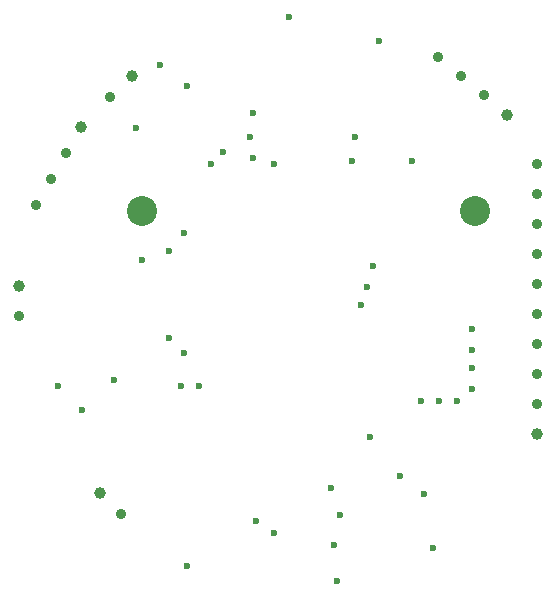
<source format=gbr>
G04 Generated by Ultiboard 13.0 *
%FSLAX25Y25*%
%MOIN*%

%ADD11C,0.02362*%
%ADD12C,0.10000*%
%ADD13C,0.03500*%
%ADD14C,0.03917*%


G04 ColorRGB 000000 for the following layer *
%LNDrill-Copper Top-Copper Bottom*%
%LPD*%
G54D11*
X118000Y217000D03*
X119000Y225000D03*
X172000Y209000D03*
X62000Y126000D03*
X91000Y150000D03*
X95000Y134000D03*
X82000Y176000D03*
X54000Y134000D03*
X153000Y217000D03*
X88000Y241000D03*
X119000Y210000D03*
X109000Y212000D03*
X105000Y208000D03*
X96000Y185000D03*
X91000Y179000D03*
X158000Y117000D03*
X148000Y91000D03*
X147000Y69000D03*
X179000Y80000D03*
X176000Y98000D03*
X146000Y81000D03*
X120000Y89000D03*
X168000Y104000D03*
X126000Y85000D03*
X145000Y100000D03*
X97000Y74000D03*
X159000Y174000D03*
X157000Y167000D03*
X152000Y209000D03*
X155000Y161000D03*
X131000Y257000D03*
X161000Y249000D03*
X126000Y208000D03*
X97000Y234000D03*
X80000Y220000D03*
X192000Y153000D03*
X192000Y146000D03*
X192000Y140000D03*
X192000Y133000D03*
X187000Y129000D03*
X181000Y129000D03*
X175000Y129000D03*
X101000Y134000D03*
X96000Y145000D03*
X72500Y136000D03*
G54D12*
X82000Y192500D03*
X193000Y192500D03*
G54D13*
X41000Y157500D03*
X46500Y194543D03*
X51500Y203203D03*
X56500Y211863D03*
X71429Y230429D03*
X75071Y91429D03*
X188179Y237356D03*
X180519Y243784D03*
X195840Y230928D03*
X213500Y128000D03*
X213500Y138000D03*
X213500Y178000D03*
X213500Y148000D03*
X213500Y158000D03*
X213500Y168000D03*
X213500Y208000D03*
X213500Y198000D03*
X213500Y188000D03*
G54D14*
X41000Y167500D03*
X61500Y220523D03*
X78500Y237500D03*
X68000Y98500D03*
X203500Y224500D03*
X213500Y118000D03*

M02*

</source>
